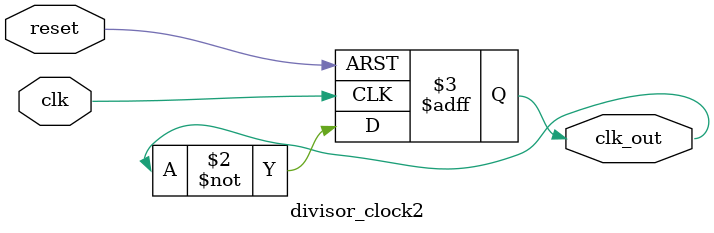
<source format=v>
module divisor_clock2 (
    input wire clk,        
    input wire reset,     
    output reg clk_out     
);

	always @(posedge clk or posedge reset) begin
		 if (reset)
			  clk_out <= 1'b0;
		 else
			  clk_out <= ~clk_out;  // inverte a cada ciclo de clock
end

endmodule

</source>
